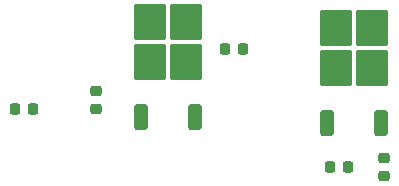
<source format=gbr>
%TF.GenerationSoftware,KiCad,Pcbnew,7.0.2-0*%
%TF.CreationDate,2023-10-10T16:02:43-04:00*%
%TF.ProjectId,WiringHarness,57697269-6e67-4486-9172-6e6573732e6b,rev?*%
%TF.SameCoordinates,Original*%
%TF.FileFunction,Paste,Top*%
%TF.FilePolarity,Positive*%
%FSLAX46Y46*%
G04 Gerber Fmt 4.6, Leading zero omitted, Abs format (unit mm)*
G04 Created by KiCad (PCBNEW 7.0.2-0) date 2023-10-10 16:02:43*
%MOMM*%
%LPD*%
G01*
G04 APERTURE LIST*
G04 Aperture macros list*
%AMRoundRect*
0 Rectangle with rounded corners*
0 $1 Rounding radius*
0 $2 $3 $4 $5 $6 $7 $8 $9 X,Y pos of 4 corners*
0 Add a 4 corners polygon primitive as box body*
4,1,4,$2,$3,$4,$5,$6,$7,$8,$9,$2,$3,0*
0 Add four circle primitives for the rounded corners*
1,1,$1+$1,$2,$3*
1,1,$1+$1,$4,$5*
1,1,$1+$1,$6,$7*
1,1,$1+$1,$8,$9*
0 Add four rect primitives between the rounded corners*
20,1,$1+$1,$2,$3,$4,$5,0*
20,1,$1+$1,$4,$5,$6,$7,0*
20,1,$1+$1,$6,$7,$8,$9,0*
20,1,$1+$1,$8,$9,$2,$3,0*%
G04 Aperture macros list end*
%ADD10RoundRect,0.225000X0.250000X-0.225000X0.250000X0.225000X-0.250000X0.225000X-0.250000X-0.225000X0*%
%ADD11RoundRect,0.250000X0.350000X-0.850000X0.350000X0.850000X-0.350000X0.850000X-0.350000X-0.850000X0*%
%ADD12RoundRect,0.250000X1.125000X-1.275000X1.125000X1.275000X-1.125000X1.275000X-1.125000X-1.275000X0*%
%ADD13RoundRect,0.225000X-0.225000X-0.250000X0.225000X-0.250000X0.225000X0.250000X-0.225000X0.250000X0*%
%ADD14RoundRect,0.225000X0.225000X0.250000X-0.225000X0.250000X-0.225000X-0.250000X0.225000X-0.250000X0*%
%ADD15RoundRect,0.225000X-0.250000X0.225000X-0.250000X-0.225000X0.250000X-0.225000X0.250000X0.225000X0*%
%ADD16RoundRect,0.218750X-0.218750X-0.256250X0.218750X-0.256250X0.218750X0.256250X-0.218750X0.256250X0*%
G04 APERTURE END LIST*
D10*
%TO.C,C2*%
X176276000Y-55906000D03*
X176276000Y-54356000D03*
%TD*%
D11*
%TO.C,U2*%
X180092000Y-56524000D03*
D12*
X180847000Y-51899000D03*
X183897000Y-51899000D03*
X180847000Y-48549000D03*
X183897000Y-48549000D03*
D11*
X184652000Y-56524000D03*
%TD*%
D13*
%TO.C,C1*%
X196088000Y-60802000D03*
X197638000Y-60802000D03*
%TD*%
D14*
%TO.C,C3*%
X188735000Y-50800000D03*
X187185000Y-50800000D03*
%TD*%
D11*
%TO.C,U1*%
X195840000Y-57032000D03*
D12*
X196595000Y-52407000D03*
X199645000Y-52407000D03*
X196595000Y-49057000D03*
X199645000Y-49057000D03*
D11*
X200400000Y-57032000D03*
%TD*%
D15*
%TO.C,C4*%
X200661000Y-60027000D03*
X200661000Y-61577000D03*
%TD*%
D16*
%TO.C,FB1*%
X169392500Y-55880000D03*
X170967500Y-55880000D03*
%TD*%
M02*

</source>
